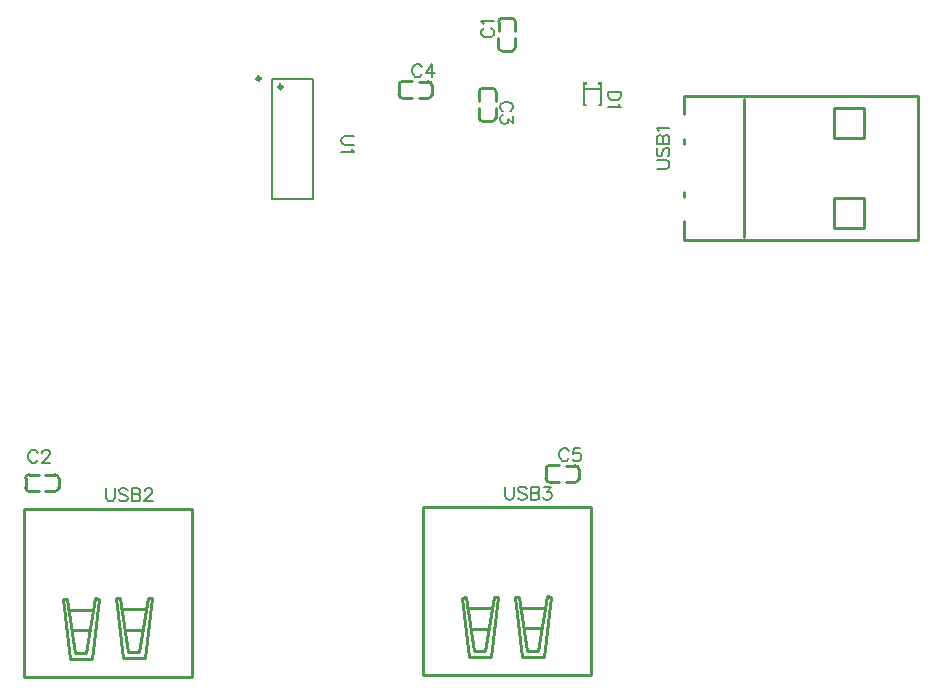
<source format=gto>
G04 Layer: TopSilkscreenLayer*
G04 EasyEDA v6.5.44, 2024-08-15 16:09:49*
G04 6019c0ef6d974e658929918cbd89991a,14e18c81352b4cb09636949e9aeec340,10*
G04 Gerber Generator version 0.2*
G04 Scale: 100 percent, Rotated: No, Reflected: No *
G04 Dimensions in millimeters *
G04 leading zeros omitted , absolute positions ,4 integer and 5 decimal *
%FSLAX45Y45*%
%MOMM*%

%ADD10C,0.1524*%
%ADD11C,0.2540*%
%ADD12C,0.1520*%
%ADD13C,0.3000*%

%LPD*%
D10*
X4977891Y8371078D02*
G01*
X4967477Y8365744D01*
X4957063Y8355329D01*
X4951984Y8345170D01*
X4951984Y8324342D01*
X4957063Y8313928D01*
X4967477Y8303513D01*
X4977891Y8298179D01*
X4993640Y8293100D01*
X5019547Y8293100D01*
X5035041Y8298179D01*
X5045456Y8303513D01*
X5055870Y8313928D01*
X5060950Y8324342D01*
X5060950Y8345170D01*
X5055870Y8355329D01*
X5045456Y8365744D01*
X5035041Y8371078D01*
X4972811Y8405368D02*
G01*
X4967477Y8415781D01*
X4951984Y8431276D01*
X5060950Y8431276D01*
X1195578Y4775707D02*
G01*
X1190244Y4786121D01*
X1179829Y4796536D01*
X1169670Y4801615D01*
X1148842Y4801615D01*
X1138428Y4796536D01*
X1128013Y4786121D01*
X1122679Y4775707D01*
X1117600Y4759960D01*
X1117600Y4734052D01*
X1122679Y4718557D01*
X1128013Y4708144D01*
X1138428Y4697729D01*
X1148842Y4692650D01*
X1169670Y4692650D01*
X1179829Y4697729D01*
X1190244Y4708144D01*
X1195578Y4718557D01*
X1234947Y4775707D02*
G01*
X1234947Y4780787D01*
X1240281Y4791202D01*
X1245362Y4796536D01*
X1255776Y4801615D01*
X1276604Y4801615D01*
X1287018Y4796536D01*
X1292097Y4791202D01*
X1297431Y4780787D01*
X1297431Y4770373D01*
X1292097Y4759960D01*
X1281684Y4744465D01*
X1229868Y4692650D01*
X1302512Y4692650D01*
X5194808Y7669021D02*
G01*
X5205222Y7674355D01*
X5215636Y7684770D01*
X5220715Y7694929D01*
X5220715Y7715758D01*
X5215636Y7726171D01*
X5205222Y7736586D01*
X5194808Y7741920D01*
X5179059Y7747000D01*
X5153152Y7747000D01*
X5137658Y7741920D01*
X5127243Y7736586D01*
X5116829Y7726171D01*
X5111750Y7715758D01*
X5111750Y7694929D01*
X5116829Y7684770D01*
X5127243Y7674355D01*
X5137658Y7669021D01*
X5220715Y7624318D02*
G01*
X5220715Y7567168D01*
X5179059Y7598410D01*
X5179059Y7582915D01*
X5173979Y7572502D01*
X5168900Y7567168D01*
X5153152Y7562087D01*
X5142738Y7562087D01*
X5127243Y7567168D01*
X5116829Y7577581D01*
X5111750Y7593329D01*
X5111750Y7608823D01*
X5116829Y7624318D01*
X5121909Y7629652D01*
X5132324Y7634731D01*
X4446777Y8039608D02*
G01*
X4441443Y8050021D01*
X4431029Y8060436D01*
X4420870Y8065515D01*
X4400041Y8065515D01*
X4389627Y8060436D01*
X4379213Y8050021D01*
X4373879Y8039608D01*
X4368800Y8023860D01*
X4368800Y7997952D01*
X4373879Y7982458D01*
X4379213Y7972044D01*
X4389627Y7961629D01*
X4400041Y7956550D01*
X4420870Y7956550D01*
X4431029Y7961629D01*
X4441443Y7972044D01*
X4446777Y7982458D01*
X4532884Y8065515D02*
G01*
X4481068Y7992871D01*
X4559045Y7992871D01*
X4532884Y8065515D02*
G01*
X4532884Y7956550D01*
X5691377Y4788407D02*
G01*
X5686043Y4798821D01*
X5675629Y4809236D01*
X5665470Y4814315D01*
X5644641Y4814315D01*
X5634227Y4809236D01*
X5623813Y4798821D01*
X5618479Y4788407D01*
X5613400Y4772660D01*
X5613400Y4746752D01*
X5618479Y4731257D01*
X5623813Y4720844D01*
X5634227Y4710429D01*
X5644641Y4705350D01*
X5665470Y4705350D01*
X5675629Y4710429D01*
X5686043Y4720844D01*
X5691377Y4731257D01*
X5787897Y4814315D02*
G01*
X5736081Y4814315D01*
X5730747Y4767579D01*
X5736081Y4772660D01*
X5751575Y4777994D01*
X5767070Y4777994D01*
X5782818Y4772660D01*
X5793231Y4762500D01*
X5798311Y4746752D01*
X5798311Y4736337D01*
X5793231Y4720844D01*
X5782818Y4710429D01*
X5767070Y4705350D01*
X5751575Y4705350D01*
X5736081Y4710429D01*
X5730747Y4715510D01*
X5725668Y4725923D01*
X6135115Y7833398D02*
G01*
X6026150Y7833398D01*
X6135115Y7833398D02*
G01*
X6135115Y7797076D01*
X6130036Y7781328D01*
X6119622Y7771168D01*
X6109208Y7765834D01*
X6093459Y7760754D01*
X6067552Y7760754D01*
X6052058Y7765834D01*
X6041643Y7771168D01*
X6031229Y7781328D01*
X6026150Y7797076D01*
X6026150Y7833398D01*
X6114288Y7726464D02*
G01*
X6119622Y7716050D01*
X6135115Y7700302D01*
X6026150Y7700302D01*
X3874515Y7454900D02*
G01*
X3796538Y7454900D01*
X3781043Y7449820D01*
X3770629Y7439405D01*
X3765550Y7423658D01*
X3765550Y7413244D01*
X3770629Y7397750D01*
X3781043Y7387336D01*
X3796538Y7382255D01*
X3874515Y7382255D01*
X3853688Y7347965D02*
G01*
X3859022Y7337552D01*
X3874515Y7321804D01*
X3765550Y7321804D01*
X6436283Y7179703D02*
G01*
X6514261Y7179703D01*
X6529755Y7184783D01*
X6540169Y7195197D01*
X6545249Y7210945D01*
X6545249Y7221359D01*
X6540169Y7236853D01*
X6529755Y7247267D01*
X6514261Y7252347D01*
X6436283Y7252347D01*
X6451777Y7359535D02*
G01*
X6441363Y7349121D01*
X6436283Y7333373D01*
X6436283Y7312799D01*
X6441363Y7297051D01*
X6451777Y7286637D01*
X6462191Y7286637D01*
X6472605Y7291971D01*
X6477939Y7297051D01*
X6483019Y7307465D01*
X6493433Y7338707D01*
X6498513Y7349121D01*
X6503847Y7354201D01*
X6514261Y7359535D01*
X6529755Y7359535D01*
X6540169Y7349121D01*
X6545249Y7333373D01*
X6545249Y7312799D01*
X6540169Y7297051D01*
X6529755Y7286637D01*
X6436283Y7393825D02*
G01*
X6545249Y7393825D01*
X6436283Y7393825D02*
G01*
X6436283Y7440561D01*
X6441363Y7456055D01*
X6446697Y7461389D01*
X6457111Y7466469D01*
X6467525Y7466469D01*
X6477939Y7461389D01*
X6483019Y7456055D01*
X6488099Y7440561D01*
X6488099Y7393825D02*
G01*
X6488099Y7440561D01*
X6493433Y7456055D01*
X6498513Y7461389D01*
X6508927Y7466469D01*
X6524675Y7466469D01*
X6535089Y7461389D01*
X6540169Y7456055D01*
X6545249Y7440561D01*
X6545249Y7393825D01*
X6457111Y7500759D02*
G01*
X6451777Y7511173D01*
X6436283Y7526667D01*
X6545249Y7526667D01*
X1776501Y4475619D02*
G01*
X1776501Y4397641D01*
X1781581Y4382147D01*
X1791995Y4371733D01*
X1807743Y4366653D01*
X1818157Y4366653D01*
X1833651Y4371733D01*
X1844065Y4382147D01*
X1849145Y4397641D01*
X1849145Y4475619D01*
X1956333Y4460125D02*
G01*
X1945919Y4470539D01*
X1930171Y4475619D01*
X1909597Y4475619D01*
X1893849Y4470539D01*
X1883435Y4460125D01*
X1883435Y4449711D01*
X1888769Y4439297D01*
X1893849Y4433963D01*
X1904263Y4428883D01*
X1935505Y4418469D01*
X1945919Y4413389D01*
X1950999Y4408055D01*
X1956333Y4397641D01*
X1956333Y4382147D01*
X1945919Y4371733D01*
X1930171Y4366653D01*
X1909597Y4366653D01*
X1893849Y4371733D01*
X1883435Y4382147D01*
X1990623Y4475619D02*
G01*
X1990623Y4366653D01*
X1990623Y4475619D02*
G01*
X2037359Y4475619D01*
X2052853Y4470539D01*
X2058187Y4465205D01*
X2063267Y4454791D01*
X2063267Y4444377D01*
X2058187Y4433963D01*
X2052853Y4428883D01*
X2037359Y4423803D01*
X1990623Y4423803D02*
G01*
X2037359Y4423803D01*
X2052853Y4418469D01*
X2058187Y4413389D01*
X2063267Y4402975D01*
X2063267Y4387227D01*
X2058187Y4376813D01*
X2052853Y4371733D01*
X2037359Y4366653D01*
X1990623Y4366653D01*
X2102891Y4449711D02*
G01*
X2102891Y4454791D01*
X2107971Y4465205D01*
X2113051Y4470539D01*
X2123465Y4475619D01*
X2144293Y4475619D01*
X2154707Y4470539D01*
X2160041Y4465205D01*
X2165121Y4454791D01*
X2165121Y4444377D01*
X2160041Y4433963D01*
X2149627Y4418469D01*
X2097557Y4366653D01*
X2170201Y4366653D01*
X5154701Y4488319D02*
G01*
X5154701Y4410341D01*
X5159781Y4394847D01*
X5170195Y4384433D01*
X5185943Y4379353D01*
X5196357Y4379353D01*
X5211851Y4384433D01*
X5222265Y4394847D01*
X5227345Y4410341D01*
X5227345Y4488319D01*
X5334533Y4472825D02*
G01*
X5324119Y4483239D01*
X5308371Y4488319D01*
X5287797Y4488319D01*
X5272049Y4483239D01*
X5261635Y4472825D01*
X5261635Y4462411D01*
X5266969Y4451997D01*
X5272049Y4446663D01*
X5282463Y4441583D01*
X5313705Y4431169D01*
X5324119Y4426089D01*
X5329199Y4420755D01*
X5334533Y4410341D01*
X5334533Y4394847D01*
X5324119Y4384433D01*
X5308371Y4379353D01*
X5287797Y4379353D01*
X5272049Y4384433D01*
X5261635Y4394847D01*
X5368823Y4488319D02*
G01*
X5368823Y4379353D01*
X5368823Y4488319D02*
G01*
X5415559Y4488319D01*
X5431053Y4483239D01*
X5436387Y4477905D01*
X5441467Y4467491D01*
X5441467Y4457077D01*
X5436387Y4446663D01*
X5431053Y4441583D01*
X5415559Y4436503D01*
X5368823Y4436503D02*
G01*
X5415559Y4436503D01*
X5431053Y4431169D01*
X5436387Y4426089D01*
X5441467Y4415675D01*
X5441467Y4399927D01*
X5436387Y4389513D01*
X5431053Y4384433D01*
X5415559Y4379353D01*
X5368823Y4379353D01*
X5486171Y4488319D02*
G01*
X5543321Y4488319D01*
X5512079Y4446663D01*
X5527827Y4446663D01*
X5538241Y4441583D01*
X5543321Y4436503D01*
X5548401Y4420755D01*
X5548401Y4410341D01*
X5543321Y4394847D01*
X5532907Y4384433D01*
X5517413Y4379353D01*
X5501665Y4379353D01*
X5486171Y4384433D01*
X5481091Y4389513D01*
X5475757Y4399927D01*
G36*
X5937808Y7918500D02*
G01*
X5937808Y7888020D01*
X5973064Y7888020D01*
X5973064Y7918500D01*
G37*
G36*
X5812536Y7918500D02*
G01*
X5812536Y7888020D01*
X5847791Y7888020D01*
X5847791Y7918500D01*
G37*
D11*
X5128922Y8457501D02*
G01*
X5208925Y8457501D01*
X5097937Y8346526D02*
G01*
X5097937Y8426523D01*
X5239903Y8346526D02*
G01*
X5239903Y8426523D01*
X5097355Y8288936D02*
G01*
X5097355Y8208937D01*
X5128338Y8177954D02*
G01*
X5208336Y8177954D01*
X5239316Y8288936D02*
G01*
X5239316Y8208937D01*
X1092898Y4481222D02*
G01*
X1092898Y4561225D01*
X1203873Y4450237D02*
G01*
X1123876Y4450237D01*
X1203873Y4592203D02*
G01*
X1123876Y4592203D01*
X1261463Y4449655D02*
G01*
X1341462Y4449655D01*
X1372445Y4480638D02*
G01*
X1372445Y4560636D01*
X1261463Y4591616D02*
G01*
X1341462Y4591616D01*
X5043777Y7582598D02*
G01*
X4963774Y7582598D01*
X5074762Y7693573D02*
G01*
X5074762Y7613576D01*
X4932796Y7693573D02*
G01*
X4932796Y7613576D01*
X5075344Y7751163D02*
G01*
X5075344Y7831162D01*
X5044361Y7862145D02*
G01*
X4964363Y7862145D01*
X4933383Y7751163D02*
G01*
X4933383Y7831162D01*
X4533201Y7888577D02*
G01*
X4533201Y7808574D01*
X4422226Y7919562D02*
G01*
X4502223Y7919562D01*
X4422226Y7777596D02*
G01*
X4502223Y7777596D01*
X4364636Y7920144D02*
G01*
X4284637Y7920144D01*
X4253654Y7889161D02*
G01*
X4253654Y7809163D01*
X4364636Y7778183D02*
G01*
X4284637Y7778183D01*
X5777801Y4637377D02*
G01*
X5777801Y4557374D01*
X5666826Y4668362D02*
G01*
X5746823Y4668362D01*
X5666826Y4526396D02*
G01*
X5746823Y4526396D01*
X5609236Y4668944D02*
G01*
X5529237Y4668944D01*
X5498254Y4637961D02*
G01*
X5498254Y4557963D01*
X5609236Y4526983D02*
G01*
X5529237Y4526983D01*
D12*
X5820178Y7720375D02*
G01*
X5840801Y7720375D01*
X5965421Y7720375D02*
G01*
X5945799Y7720375D01*
D10*
X5965421Y7895620D02*
G01*
X5965421Y7720375D01*
X5820178Y7895620D02*
G01*
X5820178Y7720375D01*
X5965421Y7855176D02*
G01*
X5820178Y7855176D01*
X3175660Y7937119D02*
G01*
X3529939Y7937119D01*
X3529939Y6921880D01*
X3175660Y6921880D01*
X3175660Y7937119D01*
D11*
X7175500Y6604000D02*
G01*
X7175500Y7772400D01*
X8650300Y7797800D02*
G01*
X6669100Y7797800D01*
X6669100Y6578600D02*
G01*
X8650300Y6578600D01*
X8650300Y6578600D02*
G01*
X8650300Y7797800D01*
X6669100Y6578600D02*
G01*
X6669100Y6735086D01*
X6669100Y6941314D02*
G01*
X6669100Y6985099D01*
X6669100Y7391326D02*
G01*
X6669100Y7435087D01*
X6669100Y7641315D02*
G01*
X6669100Y7797800D01*
X7939100Y7442212D02*
G01*
X7939100Y7696212D01*
X8193100Y7696212D01*
X8193100Y7442212D01*
X7939100Y7442212D01*
X7939100Y6680212D02*
G01*
X7939100Y6934212D01*
X8193100Y6934212D01*
X8193100Y6680212D01*
X7939100Y6680212D01*
X2161524Y3544176D02*
G01*
X2103109Y3038711D01*
X1917687Y3038711D01*
X1859521Y3543411D01*
X1892797Y3545954D01*
X1958324Y3089511D01*
X2052309Y3089511D01*
X2131044Y3549253D01*
X2161524Y3544176D01*
X1902444Y3452733D02*
G01*
X2110724Y3452733D01*
X1935467Y3277476D02*
G01*
X2080244Y3277476D01*
X1488424Y3272396D02*
G01*
X1633209Y3272396D01*
X1455409Y3447653D02*
G01*
X1663687Y3447653D01*
X1714487Y3539096D02*
G01*
X1684009Y3544176D01*
X1605267Y3084433D01*
X1511287Y3084433D01*
X1445755Y3540869D01*
X1412478Y3538334D01*
X1470644Y3033633D01*
X1656067Y3033633D01*
X1714487Y3539096D01*
X1079500Y4301096D02*
G01*
X2501900Y4301096D01*
X2501900Y2878696D01*
X1079500Y2878696D01*
X1079500Y4301096D01*
X5539724Y3556876D02*
G01*
X5481309Y3051411D01*
X5295887Y3051411D01*
X5237721Y3556111D01*
X5270997Y3558654D01*
X5336524Y3102211D01*
X5430509Y3102211D01*
X5509244Y3561953D01*
X5539724Y3556876D01*
X5280644Y3465433D02*
G01*
X5488924Y3465433D01*
X5313667Y3290176D02*
G01*
X5458444Y3290176D01*
X4866624Y3285096D02*
G01*
X5011409Y3285096D01*
X4833609Y3460353D02*
G01*
X5041887Y3460353D01*
X5092687Y3551796D02*
G01*
X5062209Y3556876D01*
X4983467Y3097133D01*
X4889487Y3097133D01*
X4823955Y3553569D01*
X4790678Y3551034D01*
X4848844Y3046333D01*
X5034267Y3046333D01*
X5092687Y3551796D01*
X4457700Y4313796D02*
G01*
X5880100Y4313796D01*
X5880100Y2891396D01*
X4457700Y2891396D01*
X4457700Y4313796D01*
G75*
G01*
X5128339Y8177949D02*
G02*
X5097356Y8208932I0J30983D01*
G75*
G01*
X5239322Y8208932D02*
G02*
X5208336Y8177949I-30983J0D01*
G75*
G01*
X5097937Y8426519D02*
G02*
X5128923Y8457501I30983J0D01*
G75*
G01*
X5208920Y8457501D02*
G02*
X5239903Y8426519I0J-30982D01*
G75*
G01*
X1372451Y4480639D02*
G02*
X1341468Y4449656I-30983J0D01*
G75*
G01*
X1341468Y4591622D02*
G02*
X1372451Y4560636I0J-30983D01*
G75*
G01*
X1123881Y4450237D02*
G02*
X1092899Y4481223I0J30983D01*
G75*
G01*
X1092899Y4561220D02*
G02*
X1123881Y4592203I30982J0D01*
G75*
G01*
X5044361Y7862151D02*
G02*
X5075344Y7831168I0J-30983D01*
G75*
G01*
X4933378Y7831168D02*
G02*
X4964364Y7862151I30983J0D01*
G75*
G01*
X5074763Y7613581D02*
G02*
X5043777Y7582599I-30983J0D01*
G75*
G01*
X4963780Y7582599D02*
G02*
X4932797Y7613581I0J30982D01*
G75*
G01*
X4253649Y7889161D02*
G02*
X4284632Y7920144I30983J0D01*
G75*
G01*
X4284632Y7778178D02*
G02*
X4253649Y7809164I0J30983D01*
G75*
G01*
X4502219Y7919563D02*
G02*
X4533201Y7888577I0J-30983D01*
G75*
G01*
X4533201Y7808580D02*
G02*
X4502219Y7777597I-30982J0D01*
G75*
G01*
X5498249Y4637961D02*
G02*
X5529232Y4668944I30983J0D01*
G75*
G01*
X5529232Y4526978D02*
G02*
X5498249Y4557964I0J30983D01*
G75*
G01*
X5746819Y4668363D02*
G02*
X5777801Y4637377I0J-30983D01*
G75*
G01*
X5777801Y4557380D02*
G02*
X5746819Y4526397I-30982J0D01*
D13*
G75*
G01
X3265907Y7874000D02*
G03X3265907Y7874000I-15011J0D01*
G75*
G01
X3080563Y7947228D02*
G03X3080563Y7947228I-15011J0D01*
M02*

</source>
